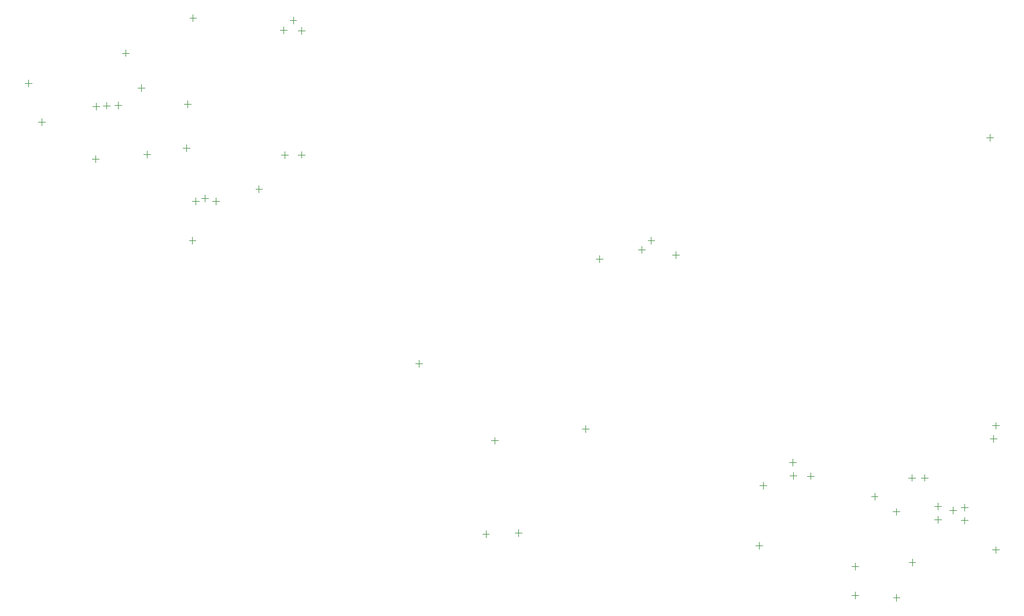
<source format=gbr>
G04*
G04 #@! TF.GenerationSoftware,Altium Limited,Altium Designer,23.7.1 (13)*
G04*
G04 Layer_Color=32896*
%FSLAX25Y25*%
%MOIN*%
G70*
G04*
G04 #@! TF.SameCoordinates,AF00DCEB-AC48-4C7C-91EA-99F42E284231*
G04*
G04*
G04 #@! TF.FilePolarity,Positive*
G04*
G01*
G75*
%ADD23C,0.00394*%
D23*
X596220Y-287728D02*
Y-283791D01*
X594252Y-285760D02*
X598189D01*
X544471Y-273819D02*
Y-269882D01*
X542503Y-271851D02*
X546440D01*
X580866Y-279460D02*
Y-275523D01*
X578897Y-277492D02*
X582834D01*
X580866Y-287334D02*
Y-283398D01*
X578897Y-285366D02*
X582834D01*
X554967Y-280755D02*
X558904D01*
X556936Y-282723D02*
Y-278786D01*
X587684Y-279992D02*
X591621D01*
X589652Y-281961D02*
Y-278024D01*
X596220Y-280248D02*
Y-276311D01*
X594252Y-278279D02*
X598189D01*
X477872Y-302356D02*
Y-298418D01*
X475904Y-300387D02*
X479841D01*
X480315Y-267717D02*
Y-263779D01*
X478346Y-265748D02*
X482283D01*
X187795Y-94488D02*
X191732D01*
X189764Y-96457D02*
Y-92520D01*
X149782Y3944D02*
X153719D01*
X151751Y1975D02*
Y5912D01*
X497244Y-254331D02*
Y-250394D01*
X495276Y-252362D02*
X499213D01*
X507677Y-262105D02*
Y-258168D01*
X505709Y-260136D02*
X509646D01*
X497638Y-261811D02*
Y-257874D01*
X495669Y-259842D02*
X499606D01*
X565945Y-263088D02*
Y-259151D01*
X563976Y-261119D02*
X567913D01*
X573327Y-263090D02*
Y-259154D01*
X571358Y-261122D02*
X575295D01*
X207480Y2756D02*
X211417D01*
X209449Y787D02*
Y4724D01*
X201870Y-2953D02*
X205807D01*
X203839Y-4921D02*
Y-984D01*
X212205Y-3150D02*
X216142D01*
X214173Y-5118D02*
Y-1181D01*
X202569Y-75000D02*
X206506D01*
X204537Y-76968D02*
Y-73032D01*
X212205Y-74803D02*
X216142D01*
X214173Y-76772D02*
Y-72835D01*
X408268Y-129528D02*
X412205D01*
X410236Y-131496D02*
Y-127559D01*
X413779Y-124409D02*
X417717D01*
X415748Y-126378D02*
Y-122441D01*
X427953Y-132677D02*
X431890D01*
X429921Y-134646D02*
Y-130709D01*
X54856Y-33563D02*
X58793D01*
X56824Y-35531D02*
Y-31594D01*
X111024Y-16142D02*
X114961D01*
X112992Y-18110D02*
Y-14173D01*
X95669Y-79134D02*
Y-75197D01*
X93701Y-77165D02*
X97638D01*
X106693Y-46199D02*
X110630D01*
X108661Y-48167D02*
Y-44230D01*
X279921Y-195276D02*
X283858D01*
X281890Y-197244D02*
Y-193307D01*
X337402Y-292913D02*
X341339D01*
X339370Y-294882D02*
Y-290945D01*
X318504Y-293701D02*
X322441D01*
X320472Y-295669D02*
Y-291732D01*
X323622Y-239764D02*
X327559D01*
X325590Y-241732D02*
Y-237795D01*
X375984Y-232972D02*
X379921D01*
X377953Y-234941D02*
Y-231004D01*
X555118Y-330315D02*
X559055D01*
X557087Y-332283D02*
Y-328346D01*
X531250Y-328837D02*
X535187D01*
X533219Y-330806D02*
Y-326869D01*
X564173Y-309842D02*
X568110D01*
X566142Y-311811D02*
Y-307874D01*
X531250Y-312272D02*
X535187D01*
X533219Y-314241D02*
Y-310304D01*
X120079Y-36220D02*
X124016D01*
X122047Y-38189D02*
Y-34252D01*
X123435Y-74575D02*
X127372D01*
X125404Y-76543D02*
Y-72606D01*
X148033Y-73041D02*
Y-69104D01*
X146064Y-71072D02*
X150001D01*
X146664Y-45718D02*
X150601D01*
X148632Y-47687D02*
Y-43750D01*
X611024Y-238583D02*
X614961D01*
X612992Y-240551D02*
Y-236614D01*
X612357Y-231102D02*
X616294D01*
X614326Y-233071D02*
Y-229134D01*
X612303Y-302756D02*
X616240D01*
X614272Y-304724D02*
Y-300787D01*
X612303Y-302756D02*
X616240D01*
X614272Y-304724D02*
Y-300787D01*
X383988Y-135039D02*
X387925D01*
X385957Y-137008D02*
Y-133071D01*
X64528Y-57942D02*
Y-54005D01*
X62559Y-55974D02*
X66496D01*
X94095Y-46850D02*
X98032D01*
X96063Y-48819D02*
Y-44882D01*
X100000Y-46457D02*
X103937D01*
X101969Y-48425D02*
Y-44488D01*
X609055Y-64961D02*
X612992D01*
X611024Y-66929D02*
Y-62992D01*
X149445Y-124213D02*
X153382D01*
X151414Y-126181D02*
Y-122244D01*
X164961Y-103543D02*
Y-99606D01*
X162992Y-101575D02*
X166929D01*
X153150Y-103543D02*
Y-99606D01*
X151181Y-101575D02*
X155118D01*
X158661Y-101958D02*
Y-98021D01*
X156693Y-99990D02*
X160630D01*
M02*

</source>
